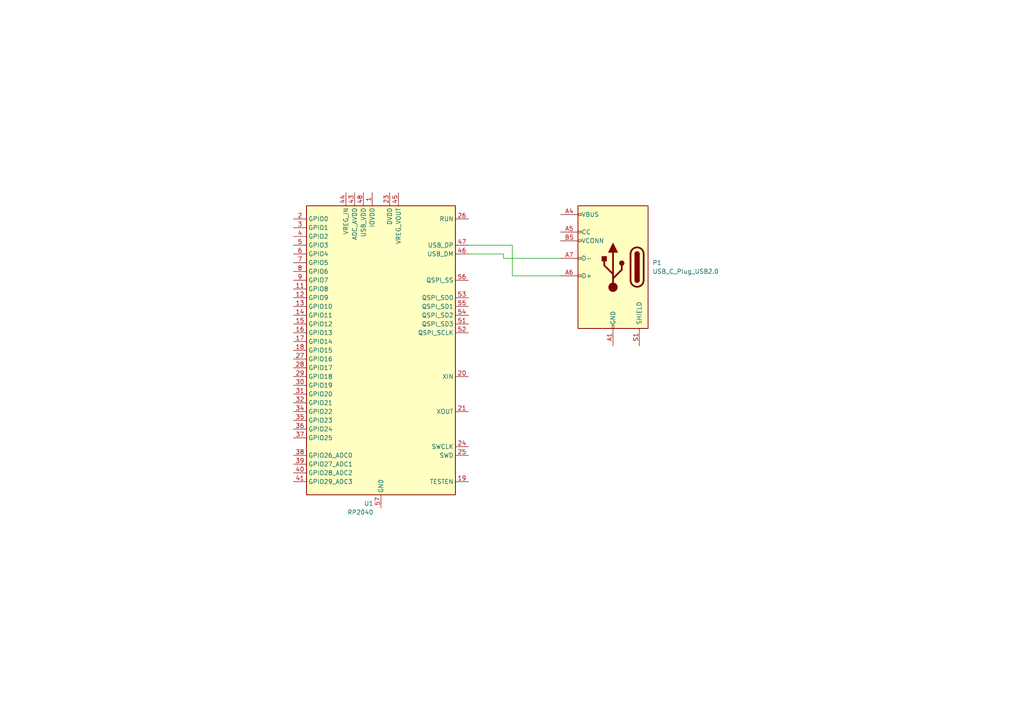
<source format=kicad_sch>
(kicad_sch (version 20250114) (generator "eeschema") (generator_version "9.0")
  (paper "A4")
  (lib_symbols
    (symbol "Connector:USB_C_Plug_USB2.0" (pin_names (offset 1.016))
      (property "Reference" "P" (at -10.16 19.05 0))
      (property "Value" "USB_C_Plug_USB2.0" (at 12.7 19.05 0))
      (symbol "USB_C_Plug_USB2.0_0_0"
        (rectangle (start -0.254 -17.78) (end 0.254 -16.764))
        (rectangle (start 10.16 15.494) (end 9.144 14.986))
        (rectangle (start 10.16 10.414) (end 9.144 9.906))
        (rectangle (start 10.16 7.874) (end 9.144 7.366))
        (rectangle (start 10.16 2.794) (end 9.144 2.286))
        (rectangle (start 10.16 -2.286) (end 9.144 -2.794))
      )
      (symbol "USB_C_Plug_USB2.0_0_1"
        (rectangle (start -10.16 17.78) (end 10.16 -17.78) (stroke (width 0.254)) (fill (type background)))
        (polyline (pts (xy -8.89 -3.81) (xy -8.89 3.81)) (stroke (width 0.508)))
        (rectangle (start -7.62 -3.81) (end -6.35 3.81) (stroke (width 0.254)) (fill (type outline)))
        (arc (start -7.62 3.81) (mid -6.985 4.4423) (end -6.35 3.81) (stroke (width 0.254)))
        (arc (start -7.62 3.81) (mid -6.985 4.4423) (end -6.35 3.81) (stroke (width 0.254)) (fill (type outline)))
        (arc (start -8.89 3.81) (mid -6.985 5.7067) (end -5.08 3.81) (stroke (width 0.508)))
        (arc (start -5.08 -3.81) (mid -6.985 -5.7067) (end -8.89 -3.81) (stroke (width 0.508)))
        (arc (start -6.35 -3.81) (mid -6.985 -4.4423) (end -7.62 -3.81) (stroke (width 0.254)))
        (arc (start -6.35 -3.81) (mid -6.985 -4.4423) (end -7.62 -3.81) (stroke (width 0.254)) (fill (type outline)))
        (polyline (pts (xy -5.08 3.81) (xy -5.08 -3.81)) (stroke (width 0.508)))
        (circle (center -2.54 1.143) (radius 0.635) (stroke (width 0.254)) (fill (type outline)))
        (polyline (pts (xy -1.27 4.318) (xy 0 6.858) (xy 1.27 4.318) (xy -1.27 4.318)) (stroke (width 0.254)) (fill (type outline)))
        (polyline (pts (xy 0 -2.032) (xy 2.54 0.508) (xy 2.54 1.778)) (stroke (width 0.508)))
        (polyline (pts (xy 0 -3.302) (xy -2.54 -0.762) (xy -2.54 0.508)) (stroke (width 0.508)))
        (polyline (pts (xy 0 -5.842) (xy 0 4.318)) (stroke (width 0.508)))
        (circle (center 0 -5.842) (radius 1.27) (fill (type outline)))
        (rectangle (start 1.905 1.778) (end 3.175 3.048) (stroke (width 0.254)) (fill (type outline)))
      )
      (symbol "USB_C_Plug_USB2.0_1_1"
        (pin passive line (at -7.62 -22.86 90) (length 5.08) (name "SHIELD") (number "S1"))
        (pin passive line (at 0 -22.86 90) (length 5.08) (name "GND") (number "A1"))
        (pin passive line (at 0 -22.86 90) (length 5.08) (hide yes) (name "GND") (number "A12"))
        (pin passive line (at 0 -22.86 90) (length 5.08) (hide yes) (name "GND") (number "B1"))
        (pin passive line (at 0 -22.86 90) (length 5.08) (hide yes) (name "GND") (number "B12"))
        (pin passive line (at 15.24 15.24 180) (length 5.08) (name "VBUS") (number "A4"))
        (pin passive line (at 15.24 15.24 180) (length 5.08) (hide yes) (name "VBUS") (number "A9"))
        (pin passive line (at 15.24 15.24 180) (length 5.08) (hide yes) (name "VBUS") (number "B4"))
        (pin passive line (at 15.24 15.24 180) (length 5.08) (hide yes) (name "VBUS") (number "B9"))
        (pin bidirectional line (at 15.24 10.16 180) (length 5.08) (name "CC") (number "A5"))
        (pin bidirectional line (at 15.24 7.62 180) (length 5.08) (name "VCONN") (number "B5"))
        (pin bidirectional line (at 15.24 2.54 180) (length 5.08) (name "D-") (number "A7"))
        (pin bidirectional line (at 15.24 -2.54 180) (length 5.08) (name "D+") (number "A6"))
      )
    )
    (symbol "MCU_RaspberryPi:RP2040"
      (property "Reference" "U" (at 17.78 45.72 0))
      (property "Value" "RP2040" (at 17.78 43.18 0))
      (symbol "RP2040_0_1"
        (rectangle (start -21.59 41.91) (end 21.59 -41.91) (stroke (width 0.254)) (fill (type background)))
      )
      (symbol "RP2040_1_1"
        (pin input line (at -25.4 38.1 0) (length 3.81) (name "RUN") (number "26"))
        (pin bidirectional line (at -25.4 30.48 0) (length 3.81) (name "USB_DP") (number "47"))
        (pin bidirectional line (at -25.4 27.94 0) (length 3.81) (name "USB_DM") (number "46"))
        (pin bidirectional line (at -25.4 20.32 0) (length 3.81) (name "QSPI_SS") (number "56"))
        (pin bidirectional line (at -25.4 15.24 0) (length 3.81) (name "QSPI_SD0") (number "53"))
        (pin bidirectional line (at -25.4 12.7 0) (length 3.81) (name "QSPI_SD1") (number "55"))
        (pin bidirectional line (at -25.4 10.16 0) (length 3.81) (name "QSPI_SD2") (number "54"))
        (pin bidirectional line (at -25.4 7.62 0) (length 3.81) (name "QSPI_SD3") (number "51"))
        (pin output line (at -25.4 5.08 0) (length 3.81) (name "QSPI_SCLK") (number "52"))
        (pin input line (at -25.4 -7.62 0) (length 3.81) (name "XIN") (number "20"))
        (pin passive line (at -25.4 -17.78 0) (length 3.81) (name "XOUT") (number "21"))
        (pin input line (at -25.4 -27.94 0) (length 3.81) (name "SWCLK") (number "24"))
        (pin bidirectional line (at -25.4 -30.48 0) (length 3.81) (name "SWD") (number "25"))
        (pin input line (at -25.4 -38.1 0) (length 3.81) (name "TESTEN") (number "19"))
        (pin power_out line (at -5.08 45.72 270) (length 3.81) (name "VREG_VOUT") (number "45"))
        (pin power_in line (at -2.54 45.72 270) (length 3.81) (name "DVDD") (number "23"))
        (pin passive line (at -2.54 45.72 270) (length 3.81) (hide yes) (name "DVDD") (number "50"))
        (pin power_in line (at 0 -45.72 90) (length 3.81) (name "GND") (number "57"))
        (pin power_in line (at 2.54 45.72 270) (length 3.81) (name "IOVDD") (number "1"))
        (pin passive line (at 2.54 45.72 270) (length 3.81) (hide yes) (name "IOVDD") (number "10"))
        (pin passive line (at 2.54 45.72 270) (length 3.81) (hide yes) (name "IOVDD") (number "22"))
        (pin passive line (at 2.54 45.72 270) (length 3.81) (hide yes) (name "IOVDD") (number "33"))
        (pin passive line (at 2.54 45.72 270) (length 3.81) (hide yes) (name "IOVDD") (number "42"))
        (pin passive line (at 2.54 45.72 270) (length 3.81) (hide yes) (name "IOVDD") (number "49"))
        (pin power_in line (at 5.08 45.72 270) (length 3.81) (name "USB_VDD") (number "48"))
        (pin power_in line (at 7.62 45.72 270) (length 3.81) (name "ADC_AVDD") (number "43"))
        (pin power_in line (at 10.16 45.72 270) (length 3.81) (name "VREG_IN") (number "44"))
        (pin bidirectional line (at 25.4 38.1 180) (length 3.81) (name "GPIO0") (number "2"))
        (pin bidirectional line (at 25.4 35.56 180) (length 3.81) (name "GPIO1") (number "3"))
        (pin bidirectional line (at 25.4 33.02 180) (length 3.81) (name "GPIO2") (number "4"))
        (pin bidirectional line (at 25.4 30.48 180) (length 3.81) (name "GPIO3") (number "5"))
        (pin bidirectional line (at 25.4 27.94 180) (length 3.81) (name "GPIO4") (number "6"))
        (pin bidirectional line (at 25.4 25.4 180) (length 3.81) (name "GPIO5") (number "7"))
        (pin bidirectional line (at 25.4 22.86 180) (length 3.81) (name "GPIO6") (number "8"))
        (pin bidirectional line (at 25.4 20.32 180) (length 3.81) (name "GPIO7") (number "9"))
        (pin bidirectional line (at 25.4 17.78 180) (length 3.81) (name "GPIO8") (number "11"))
        (pin bidirectional line (at 25.4 15.24 180) (length 3.81) (name "GPIO9") (number "12"))
        (pin bidirectional line (at 25.4 12.7 180) (length 3.81) (name "GPIO10") (number "13"))
        (pin bidirectional line (at 25.4 10.16 180) (length 3.81) (name "GPIO11") (number "14"))
        (pin bidirectional line (at 25.4 7.62 180) (length 3.81) (name "GPIO12") (number "15"))
        (pin bidirectional line (at 25.4 5.08 180) (length 3.81) (name "GPIO13") (number "16"))
        (pin bidirectional line (at 25.4 2.54 180) (length 3.81) (name "GPIO14") (number "17"))
        (pin bidirectional line (at 25.4 0 180) (length 3.81) (name "GPIO15") (number "18"))
        (pin bidirectional line (at 25.4 -2.54 180) (length 3.81) (name "GPIO16") (number "27"))
        (pin bidirectional line (at 25.4 -5.08 180) (length 3.81) (name "GPIO17") (number "28"))
        (pin bidirectional line (at 25.4 -7.62 180) (length 3.81) (name "GPIO18") (number "29"))
        (pin bidirectional line (at 25.4 -10.16 180) (length 3.81) (name "GPIO19") (number "30"))
        (pin bidirectional line (at 25.4 -12.7 180) (length 3.81) (name "GPIO20") (number "31"))
        (pin bidirectional line (at 25.4 -15.24 180) (length 3.81) (name "GPIO21") (number "32"))
        (pin bidirectional line (at 25.4 -17.78 180) (length 3.81) (name "GPIO22") (number "34"))
        (pin bidirectional line (at 25.4 -20.32 180) (length 3.81) (name "GPIO23") (number "35"))
        (pin bidirectional line (at 25.4 -22.86 180) (length 3.81) (name "GPIO24") (number "36"))
        (pin bidirectional line (at 25.4 -25.4 180) (length 3.81) (name "GPIO25") (number "37"))
        (pin bidirectional line (at 25.4 -30.48 180) (length 3.81) (name "GPIO26_ADC0") (number "38"))
        (pin bidirectional line (at 25.4 -33.02 180) (length 3.81) (name "GPIO27_ADC1") (number "39"))
        (pin bidirectional line (at 25.4 -35.56 180) (length 3.81) (name "GPIO28_ADC2") (number "40"))
        (pin bidirectional line (at 25.4 -38.1 180) (length 3.81) (name "GPIO29_ADC3") (number "41"))
      )
    )
  )
  (wire (pts (xy 135.89 71.12) (xy 148.59 71.12)))
  (wire (pts (xy 146.05 73.66) (xy 146.05 74.93)))
  (wire (pts (xy 146.05 74.93) (xy 162.56 74.93)))
  (wire (pts (xy 148.59 71.12) (xy 148.59 80.01)))
  (wire (pts (xy 148.59 80.01) (xy 162.56 80.01)))
  (wire (pts (xy 135.89 73.66) (xy 146.05 73.66)))
  (symbol (lib_id "Connector:USB_C_Plug_USB2.0") (at 177.8 77.47 0) (mirror y) (unit 1)
    (property "Reference" "P1" (at 189.23 76.1999 0) (effects (justify right)))
    (property "Value" "USB_C_Plug_USB2.0" (at 189.23 78.7399 0) (effects (justify right)))
    (property "Footprint" "Connector_USB:USB_C_Receptacle_GCT_USB4085" (effects (hide yes)))
    (property "Datasheet" "https://www.usb.org/sites/default/files/documents/usb_type-c.zip" (effects (hide yes)))
    (property "Description" "USB 2.0-only Type-C Plug connector" (effects (hide yes)))
  )
  (symbol (lib_id "MCU_RaspberryPi:RP2040") (at 110.49 101.6 0) (mirror y) (unit 1)
    (property "Reference" "U1" (at 108.3467 146.05 0) (effects (justify left)))
    (property "Value" "RP2040" (at 108.3467 148.59 0) (effects (justify left)))
    (property "Footprint" "Package_DFN_QFN:QFN-56-1EP_7x7mm_P0.4mm_EP3.2x3.2mm" (effects (hide yes)))
    (property "Datasheet" "https://datasheets.raspberrypi.com/rp2040/rp2040-datasheet.pdf" (effects (hide yes)))
    (property "Description" "A microcontroller by Raspberry Pi" (effects (hide yes)))
  )
)
</source>
